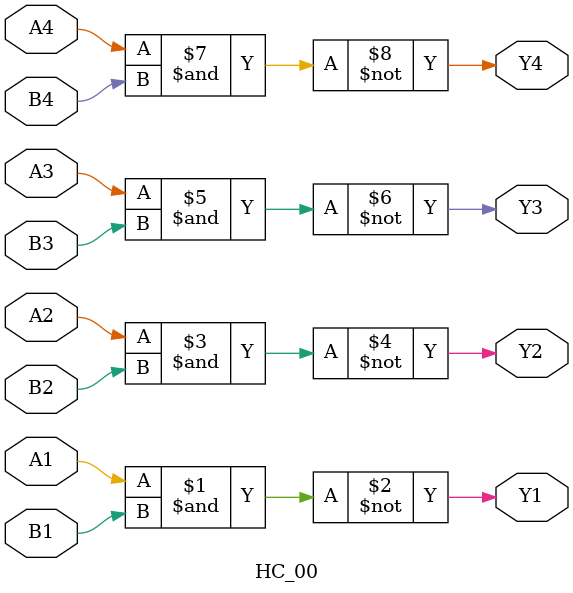
<source format=v>
module HC_00(A1, B1, A2, B2, A3, B3, A4, B4, Y1, Y2, Y3, Y4);

input A1, B1, A2, B2, A3, B3, A4, B4;
output Y1, Y2, Y3, Y4;

assign Y1 = ~(A1&B1);
assign Y2 = ~(A2&B2);
assign Y3 = ~(A3&B3);
assign Y4 = ~(A4&B4);

endmodule
</source>
